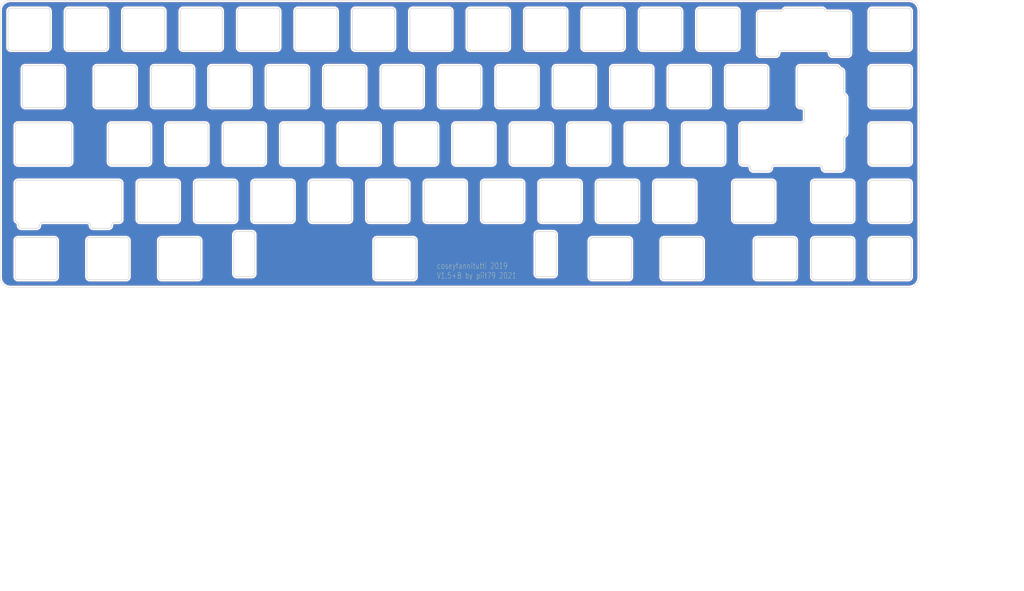
<source format=kicad_pcb>
(kicad_pcb (version 20171130) (host pcbnew 5.1.10-88a1d61d58~88~ubuntu21.04.1)
  (layers (0 F.Cu signal) (31 B.Cu signal) (34 B.Paste user) (35 F.Paste user) (36 B.SilkS user) (37 F.SilkS user) (38 B.Mask user) (39 F.Mask user) (44 Edge.Cuts user))
  (net 0 "")
  (module logos:DISCIPLINE_SMALL_MASK (layer F.Cu) (at 211.326856 167.72361)
    (fp_text reference G*** hide)
    (fp_text value LOGO hide)
  )
  (module logos:DISCIPLINE_SMALL_COPPER (layer F.Cu) (at 211.326856 167.72361)
    (fp_text reference G*** hide)
    (fp_text value LOGO hide)
    (fp_poly (pts (xy -5.108836 -0.98406) (xy -4.985765 -0.949914) (xy -4.893276 -0.905656) (xy -4.85105 -0.860819) (xy -4.833184 -0.776447) (xy -4.839967 -0.702615) (xy -4.859696 -0.672265) (xy -4.903355 -0.675294) (xy -4.98004 -0.70331) (xy -5.013514 -0.719309) (xy -5.171443 -0.775959) (xy -5.320527 -0.786646) (xy -5.449859 -0.755236) (xy -5.548533 -0.685593) (xy -5.605642 -0.581581) (xy -5.615424 -0.506041) (xy -5.592035 -0.393213) (xy -5.518163 -0.294052) (xy -5.388252 -0.202751) (xy -5.268836 -0.143856) (xy -5.041622 -0.027912) (xy -4.878304 0.09056) (xy -4.794936 0.185639) (xy -4.752737 0.293622) (xy -4.735031 0.434557) (xy -4.74251 0.58059) (xy -4.775867 0.703868) (xy -4.781732 0.715984) (xy -4.891106 0.859559) (xy -5.044699 0.96418) (xy -5.231712 1.026055) (xy -5.441345 1.041393) (xy -5.631748 1.01441) (xy -5.748337 0.975885) (xy -5.850485 0.924383) (xy -5.914283 0.872141) (xy -5.916917 0.868442) (xy -5.938226 0.802963) (xy -5.937604 0.726847) (xy -5.916 0.674149) (xy -5.911406 0.67061) (xy -5.866741 0.673325) (xy -5.788343 0.701725) (xy -5.744648 0.722785) (xy -5.570477 0.789877) (xy -5.402828 0.811846) (xy -5.251685 0.791976) (xy -5.127031 0.733551) (xy -5.038849 0.639854) (xy -4.997123 0.514168) (xy -4.995116 0.47626) (xy -5.016603 0.38705) (xy -5.084587 0.29788) (xy -5.204351 0.203834) (xy -5.381178 0.099996) (xy -5.423139 0.077991) (xy -5.607077 -0.025783) (xy -5.73618 -0.122753) (xy -5.818655 -0.223115) (xy -5.862711 -0.337066) (xy -5.876557 -0.474801) (xy -5.876607 -0.48528) (xy -5.850933 -0.672411) (xy -5.774278 -0.818874) (xy -5.647195 -0.924103) (xy -5.470236 -0.987529) (xy -5.373978 -1.002333) (xy -5.244302 -1.003174) (xy -5.108836 -0.98406)) (layer F.Cu) (width 0.01))
    (fp_poly (pts (xy -2.75907 -0.998251) (xy -2.546212 -0.944091) (xy -2.487494 -0.917332) (xy -2.382969 -0.849866) (xy -2.3307 -0.773594) (xy -2.317995 -0.684861) (xy -2.332967 -0.621517) (xy -2.380727 -0.607698) (xy -2.465535 -0.643179) (xy -2.515691 -0.674352) (xy -2.653866 -0.743052) (xy -2.814515 -0.773407) (xy -2.83515 -0.774866) (xy -3.024394 -0.762024) (xy -3.177873 -0.695663) (xy -3.301069 -0.572645) (xy -3.360807 -0.474099) (xy -3.399391 -0.391795) (xy -3.423966 -0.313904) (xy -3.437579 -0.22194) (xy -3.443275 -0.097417) (xy -3.444182 0.031942) (xy -3.442139 0.196048) (xy -3.434383 0.312486) (xy -3.418199 0.398811) (xy -3.390871 0.472583) (xy -3.369408 0.515484) (xy -3.258923 0.659099) (xy -3.112656 0.756152) (xy -2.942851 0.804317) (xy -2.761753 0.801269) (xy -2.581607 0.744681) (xy -2.479638 0.684467) (xy -2.40802 0.640452) (xy -2.356076 0.620424) (xy -2.353765 0.620309) (xy -2.322967 0.646076) (xy -2.31754 0.708876) (xy -2.334435 0.786956) (xy -2.3706 0.858566) (xy -2.390334 0.881046) (xy -2.511009 0.957044) (xy -2.674206 1.009749) (xy -2.860251 1.035749) (xy -3.049474 1.031637) (xy -3.155144 1.013586) (xy -3.342655 0.93697) (xy -3.498585 0.80768) (xy -3.619612 0.631907) (xy -3.702417 0.41584) (xy -3.743678 0.165668) (xy -3.742697 -0.08162) (xy -3.701092 -0.334122) (xy -3.619979 -0.556142) (xy -3.504215 -0.737132) (xy -3.391372 -0.844231) (xy -3.199511 -0.946877) (xy -2.98279 -0.998698) (xy -2.75907 -0.998251)) (layer F.Cu) (width 0.01))
    (fp_poly (pts (xy -9.322664 -0.970679) (xy -9.109555 -0.946576) (xy -8.932961 -0.897753) (xy -8.780029 -0.821753) (xy -8.772876 -0.81726) (xy -8.621263 -0.683675) (xy -8.507411 -0.50406) (xy -8.434476 -0.287757) (xy -8.405616 -0.044109) (xy -8.423725 0.215892) (xy -8.486044 0.463957) (xy -8.587508 0.662261) (xy -8.731456 0.815649) (xy -8.912854 0.925204) (xy -9.00403 0.954005) (xy -9.132097 0.97803) (xy -9.283239 0.996591) (xy -9.443637 1.009002) (xy -9.599474 1.014575) (xy -9.736933 1.012624) (xy -9.842197 1.002461) (xy -9.901447 0.9834) (xy -9.908674 0.974721) (xy -9.912809 0.93157) (xy -9.915997 0.83177) (xy -9.918161 0.683961) (xy -9.919228 0.496782) (xy -9.919121 0.278876) (xy -9.917767 0.038882) (xy -9.917287 -0.016721) (xy -9.910558 -0.7509) (xy -9.663753 -0.7509) (xy -9.663753 0.783548) (xy -9.409489 0.783548) (xy -9.252281 0.778136) (xy -9.134821 0.758853) (xy -9.032229 0.721131) (xy -9.009553 0.71009) (xy -8.871663 0.612381) (xy -8.774593 0.475727) (xy -8.714968 0.293654) (xy -8.691304 0.100125) (xy -8.692485 -0.131293) (xy -8.727721 -0.317332) (xy -8.800121 -0.47011) (xy -8.856584 -0.543981) (xy -8.963265 -0.644387) (xy -9.082484 -0.708175) (xy -9.231187 -0.741592) (xy -9.417846 -0.7509) (xy -9.663753 -0.7509) (xy -9.910558 -0.7509) (xy -9.908612 -0.963111) (xy -9.58514 -0.972517) (xy -9.322664 -0.970679)) (layer F.Cu) (width 0.01))
    (fp_poly (pts (xy -7.035604 0.995758) (xy -7.141934 1.006006) (xy -7.227934 1.000945) (xy -7.264877 0.97296) (xy -7.268838 0.930275) (xy -7.271869 0.83092) (xy -7.273899 0.683514) (xy -7.27486 0.496677) (xy -7.274683 0.279028) (xy -7.273297 0.039188) (xy -7.272814 -0.016721) (xy -7.264139 -0.963111) (xy -7.035604 -0.963111) (xy -7.035604 0.995758)) (layer F.Cu) (width 0.01))
    (fp_poly (pts (xy -1.012082 1.012082) (xy -1.127374 1.012082) (xy -1.208261 1.001531) (xy -1.255869 0.975653) (xy -1.258479 0.970875) (xy -1.262235 0.928741) (xy -1.26508 0.829912) (xy -1.266951 0.682984) (xy -1.267787 0.496551) (xy -1.267525 0.279208) (xy -1.266104 0.039551) (xy -1.265616 -0.016721) (xy -1.256941 -0.963111) (xy -1.134512 -0.973243) (xy -1.012082 -0.983376) (xy -1.012082 1.012082)) (layer F.Cu) (width 0.01))
    (fp_poly (pts (xy 0.696194 -0.973499) (xy 0.866337 -0.965195) (xy 0.986884 -0.953685) (xy 1.073537 -0.936089) (xy 1.141995 -0.909526) (xy 1.189147 -0.883035) (xy 1.315736 -0.783024) (xy 1.393747 -0.662765) (xy 1.43052 -0.507639) (xy 1.435845 -0.391774) (xy 1.412135 -0.180233) (xy 1.34099 -0.011816) (xy 1.221016 0.114784) (xy 1.050816 0.20087) (xy 0.828997 0.24775) (xy 0.744919 0.254799) (xy 0.489717 0.269572) (xy 0.489717 1.012082) (xy 0.380891 1.012082) (xy 0.300221 1.006109) (xy 0.251774 0.991602) (xy 0.2503 0.990317) (xy 0.244718 0.953288) (xy 0.239665 0.859376) (xy 0.235333 0.716993) (xy 0.231912 0.53455) (xy 0.229593 0.320458) (xy 0.228568 0.08313) (xy 0.228535 0.031204) (xy 0.228972 -0.246801) (xy 0.230516 -0.466489) (xy 0.233518 -0.634831) (xy 0.23802 -0.7509) (xy 0.489717 -0.7509) (xy 0.489717 -0.364567) (xy 0.491458 -0.211842) (xy 0.496194 -0.083762) (xy 0.503197 0.005997) (xy 0.511482 0.04353) (xy 0.563482 0.060476) (xy 0.656919 0.064083) (xy 0.769454 0.055013) (xy 0.878745 0.033927) (xy 0.883915 0.032515) (xy 1.022847 -0.031675) (xy 1.114225 -0.136615) (xy 1.162048 -0.287567) (xy 1.168436 -0.341833) (xy 1.174012 -0.448649) (xy 1.16217 -0.518176) (xy 1.123541 -0.57792) (xy 1.068302 -0.635914) (xy 1.003923 -0.696254) (xy 0.947648 -0.730673) (xy 0.877614 -0.74642) (xy 0.77196 -0.750744) (xy 0.721517 -0.7509) (xy 0.489717 -0.7509) (xy 0.23802 -0.7509) (xy 0.238327 -0.758802) (xy 0.245293 -0.845374) (xy 0.254767 -0.90152) (xy 0.267099 -0.934214) (xy 0.277634 -0.946892) (xy 0.325762 -0.96596) (xy 0.417989 -0.97594) (xy 0.562015 -0.977323) (xy 0.696194 -0.973499)) (layer F.Cu) (width 0.01))
    (fp_poly (pts (xy 2.701607 -0.973243) (xy 2.824036 -0.963111) (xy 2.841422 0.781419) (xy 3.574936 0.799871) (xy 3.574936 0.995758) (xy 3.099658 1.004757) (xy 2.929652 1.006472) (xy 2.783352 1.005105) (xy 2.672944 1.000989) (xy 2.610614 0.994458) (xy 2.601779 0.991154) (xy 2.596094 0.953995) (xy 2.590932 0.859784) (xy 2.586482 0.716764) (xy 2.582929 0.533177) (xy 2.58046 0.317268) (xy 2.579262 0.077278) (xy 2.579177 -0.007412) (xy 2.579177 -0.983376) (xy 2.701607 -0.973243)) (layer F.Cu) (width 0.01))
    (fp_poly (pts (xy 4.725771 -0.973243) (xy 4.8482 -0.963111) (xy 4.8482 0.995758) (xy 4.603342 1.016024) (xy 4.603342 -0.983376) (xy 4.725771 -0.973243)) (layer F.Cu) (width 0.01))
    (fp_poly (pts (xy 7.566613 0.006058) (xy 7.557969 0.995758) (xy 7.443702 1.005373) (xy 7.350145 1.000356) (xy 7.278021 0.975128) (xy 7.274703 0.972726) (xy 7.245041 0.933922) (xy 7.188741 0.845573) (xy 7.110404 0.715468) (xy 7.014636 0.551398) (xy 6.906039 0.361152) (xy 6.789218 0.152522) (xy 6.7774 0.131199) (xy 6.334829 -0.668064) (xy 6.32609 0.163847) (xy 6.317352 0.995758) (xy 6.210765 1.006025) (xy 6.104178 1.016291) (xy 6.112821 0.02659) (xy 6.121465 -0.963111) (xy 6.272883 -0.972912) (xy 6.373673 -0.973471) (xy 6.43605 -0.952931) (xy 6.485094 -0.903638) (xy 6.517243 -0.853649) (xy 6.575379 -0.755062) (xy 6.65447 -0.61674) (xy 6.749488 -0.447544) (xy 6.855403 -0.256338) (xy 6.937661 -0.106211) (xy 7.329434 0.612141) (xy 7.362082 -0.963111) (xy 7.468669 -0.973377) (xy 7.575257 -0.983643) (xy 7.566613 0.006058)) (layer F.Cu) (width 0.01))
    (fp_poly (pts (xy 9.581616 -0.978842) (xy 9.717315 -0.976285) (xy 9.807623 -0.970596) (xy 9.862489 -0.960603) (xy 9.891863 -0.94514) (xy 9.905695 -0.923036) (xy 9.907152 -0.918738) (xy 9.913565 -0.839691) (xy 9.905859 -0.804471) (xy 9.888554 -0.781744) (xy 9.850086 -0.766375) (xy 9.779706 -0.757013) (xy 9.666666 -0.752308) (xy 9.500218 -0.75091) (xy 9.479472 -0.7509) (xy 9.073642 -0.7509) (xy 9.083029 -0.448907) (xy 9.092416 -0.146915) (xy 9.44338 -0.137649) (xy 9.794344 -0.128382) (xy 9.794344 0.065296) (xy 9.076092 0.065296) (xy 9.076092 0.781597) (xy 9.908612 0.799871) (xy 9.908612 0.995758) (xy 9.40173 1.004712) (xy 9.186275 1.006737) (xy 9.029645 1.003849) (xy 8.925529 0.99569) (xy 8.867616 0.981901) (xy 8.854879 0.973697) (xy 8.842512 0.929372) (xy 8.832239 0.830095) (xy 8.824066 0.686174) (xy 8.817996 0.507914) (xy 8.814034 0.305624) (xy 8.812183 0.089608) (xy 8.812449 -0.129824) (xy 8.814835 -0.342368) (xy 8.819346 -0.537715) (xy 8.825986 -0.705559) (xy 8.834758 -0.835594) (xy 8.845669 -0.917511) (xy 8.854087 -0.940257) (xy 8.900342 -0.957645) (xy 9.001236 -0.969801) (xy 9.160226 -0.976979) (xy 9.380768 -0.979431) (xy 9.390576 -0.979434) (xy 9.581616 -0.978842)) (layer F.Cu) (width 0.01))
    (fp_line (start -11.11 -3.16) (end 11.17 -3.16) (layer F.Cu) (width 0.4))
    (fp_line (start -11.13 3.52) (end 11.17 3.52) (layer F.Cu) (width 0.4))
    (fp_arc (start 11.16 0.18) (end 11.16 3.52) (angle -180) (layer F.Cu) (width 0.4))
    (fp_arc (start -11.14 0.18) (end -11.14 -3.16) (angle -180) (layer F.Cu) (width 0.4))
  )
  (gr_line (start 72.7093 164.9984) (end 72.7093 176.9984) (layer Edge.Cuts) (width 0.2))
  (gr_arc (start 59.7093 164.9984) (end 59.7093 163.9984) (angle -90) (layer Edge.Cuts) (width 0.2))
  (gr_line (start 71.7093 177.9984) (end 59.7093 177.9984) (layer Edge.Cuts) (width 0.2))
  (gr_arc (start 71.7093 176.9984) (end 71.7093 177.9984) (angle -90) (layer Edge.Cuts) (width 0.2))
  (gr_arc (start 59.7093 176.9984) (end 58.7093 176.9984) (angle -90) (layer Edge.Cuts) (width 0.2))
  (gr_line (start 59.7093 163.9984) (end 71.7093 163.9984) (layer Edge.Cuts) (width 0.2))
  (gr_arc (start 71.7093 164.9984) (end 72.7093 164.9984) (angle -90) (layer Edge.Cuts) (width 0.2))
  (gr_line (start 58.7093 176.9984) (end 58.7093 164.9984) (layer Edge.Cuts) (width 0.2))
  (gr_line (start 96.5193 164.9984) (end 96.5193 176.9984) (layer Edge.Cuts) (width 0.2))
  (gr_arc (start 83.5193 164.9984) (end 83.5193 163.9984) (angle -90) (layer Edge.Cuts) (width 0.2))
  (gr_line (start 95.5193 177.9984) (end 83.5193 177.9984) (layer Edge.Cuts) (width 0.2))
  (gr_arc (start 95.5193 176.9984) (end 95.5193 177.9984) (angle -90) (layer Edge.Cuts) (width 0.2))
  (gr_arc (start 83.5193 176.9984) (end 82.5193 176.9984) (angle -90) (layer Edge.Cuts) (width 0.2))
  (gr_line (start 83.5193 163.9984) (end 95.5193 163.9984) (layer Edge.Cuts) (width 0.2))
  (gr_arc (start 95.5193 164.9984) (end 96.5193 164.9984) (angle -90) (layer Edge.Cuts) (width 0.2))
  (gr_line (start 82.5193 176.9984) (end 82.5193 164.9984) (layer Edge.Cuts) (width 0.2))
  (gr_line (start 120.3293 164.9984) (end 120.3293 176.9984) (layer Edge.Cuts) (width 0.2))
  (gr_arc (start 107.3293 164.9984) (end 107.3293 163.9984) (angle -90) (layer Edge.Cuts) (width 0.2))
  (gr_line (start 119.3293 177.9984) (end 107.3293 177.9984) (layer Edge.Cuts) (width 0.2))
  (gr_arc (start 119.3293 176.9984) (end 119.3293 177.9984) (angle -90) (layer Edge.Cuts) (width 0.2))
  (gr_arc (start 107.3293 176.9984) (end 106.3293 176.9984) (angle -90) (layer Edge.Cuts) (width 0.2))
  (gr_line (start 107.3293 163.9984) (end 119.3293 163.9984) (layer Edge.Cuts) (width 0.2))
  (gr_arc (start 119.3293 164.9984) (end 120.3293 164.9984) (angle -90) (layer Edge.Cuts) (width 0.2))
  (gr_line (start 106.3293 176.9984) (end 106.3293 164.9984) (layer Edge.Cuts) (width 0.2))
  (gr_line (start 191.7693 164.9984) (end 191.7693 176.9984) (layer Edge.Cuts) (width 0.2))
  (gr_arc (start 178.7693 164.9984) (end 178.7693 163.9984) (angle -90) (layer Edge.Cuts) (width 0.2))
  (gr_line (start 190.7693 177.9984) (end 178.7693 177.9984) (layer Edge.Cuts) (width 0.2))
  (gr_arc (start 190.7693 176.9984) (end 190.7693 177.9984) (angle -90) (layer Edge.Cuts) (width 0.2))
  (gr_arc (start 178.7693 176.9984) (end 177.7693 176.9984) (angle -90) (layer Edge.Cuts) (width 0.2))
  (gr_line (start 178.7693 163.9984) (end 190.7693 163.9984) (layer Edge.Cuts) (width 0.2))
  (gr_arc (start 190.7693 164.9984) (end 191.7693 164.9984) (angle -90) (layer Edge.Cuts) (width 0.2))
  (gr_line (start 177.7693 176.9984) (end 177.7693 164.9984) (layer Edge.Cuts) (width 0.2))
  (gr_line (start 263.2393 164.9984) (end 263.2393 176.9984) (layer Edge.Cuts) (width 0.2))
  (gr_arc (start 250.2393 164.9984) (end 250.2393 163.9984) (angle -90) (layer Edge.Cuts) (width 0.2))
  (gr_line (start 262.2393 177.9984) (end 250.2393 177.9984) (layer Edge.Cuts) (width 0.2))
  (gr_arc (start 262.2393 176.9984) (end 262.2393 177.9984) (angle -90) (layer Edge.Cuts) (width 0.2))
  (gr_arc (start 250.2393 176.9984) (end 249.2393 176.9984) (angle -90) (layer Edge.Cuts) (width 0.2))
  (gr_line (start 250.2393 163.9984) (end 262.2393 163.9984) (layer Edge.Cuts) (width 0.2))
  (gr_arc (start 262.2393 164.9984) (end 263.2393 164.9984) (angle -90) (layer Edge.Cuts) (width 0.2))
  (gr_line (start 249.2393 176.9984) (end 249.2393 164.9984) (layer Edge.Cuts) (width 0.2))
  (gr_line (start 287.0493 164.9984) (end 287.0493 176.9984) (layer Edge.Cuts) (width 0.2))
  (gr_arc (start 274.0493 164.9984) (end 274.0493 163.9984) (angle -90) (layer Edge.Cuts) (width 0.2))
  (gr_line (start 286.0493 177.9984) (end 274.0493 177.9984) (layer Edge.Cuts) (width 0.2))
  (gr_arc (start 286.0493 176.9984) (end 286.0493 177.9984) (angle -90) (layer Edge.Cuts) (width 0.2))
  (gr_arc (start 274.0493 176.9984) (end 273.0493 176.9984) (angle -90) (layer Edge.Cuts) (width 0.2))
  (gr_line (start 274.0493 163.9984) (end 286.0493 163.9984) (layer Edge.Cuts) (width 0.2))
  (gr_arc (start 286.0493 164.9984) (end 287.0493 164.9984) (angle -90) (layer Edge.Cuts) (width 0.2))
  (gr_line (start 273.0493 176.9984) (end 273.0493 164.9984) (layer Edge.Cuts) (width 0.2))
  (gr_arc (start 300.2168 126.8984) (end 300.2168 125.8984) (angle -90) (layer Edge.Cuts) (width 0.2))
  (gr_line (start 331.2668 106.8484) (end 319.266799 106.8484) (layer Edge.Cuts) (width 0.2))
  (gr_line (start 320.64805 124.8984) (end 320.64805 121.8484) (layer Edge.Cuts) (width 0.2))
  (gr_arc (start 319.64805 124.8984) (end 319.64805 125.8984) (angle -90) (layer Edge.Cuts) (width 0.2))
  (gr_arc (start 319.64805 121.8484) (end 320.64805 121.8484) (angle -90) (layer Edge.Cuts) (width 0.2))
  (gr_arc (start 319.266799 119.8484) (end 318.266799 119.8484) (angle -90) (layer Edge.Cuts) (width 0.2))
  (gr_line (start 299.2168 126.8984) (end 299.2168 138.8984) (layer Edge.Cuts) (width 0.2))
  (gr_line (start 319.266799 120.8484) (end 319.64805 120.8484) (layer Edge.Cuts) (width 0.2))
  (gr_line (start 334.64805 129.3734) (end 334.64805 117.3734) (layer Edge.Cuts) (width 0.2))
  (gr_arc (start 333.068475 106.980088) (end 332.858263 107.957744) (angle 52.1336322) (layer Edge.Cuts) (width 0.2))
  (gr_arc (start 334.64805 131.10545) (end 333.64805 131.10545) (angle 60) (layer Edge.Cuts) (width 0.2))
  (gr_line (start 300.2168 139.8984) (end 301.68505 139.8984) (layer Edge.Cuts) (width 0.2))
  (gr_line (start 300.2168 125.8984) (end 319.64805 125.8984) (layer Edge.Cuts) (width 0.2))
  (gr_line (start 333.64805 140.8984) (end 333.64805 131.10545) (layer Edge.Cuts) (width 0.2))
  (gr_arc (start 327.566004 140.897089) (end 326.566003 140.897089) (angle -90) (layer Edge.Cuts) (width 0.2))
  (gr_arc (start 333.64805 129.3734) (end 334.14805 130.239425) (angle -60) (layer Edge.Cuts) (width 0.2))
  (gr_arc (start 303.68505 140.8984) (end 302.68505 140.8984) (angle -90.28346776) (layer Edge.Cuts) (width 0.2))
  (gr_arc (start 332.64805 140.8984) (end 332.64805 141.8984) (angle -90) (layer Edge.Cuts) (width 0.2))
  (gr_line (start 303.689991 141.897089) (end 308.689994 141.897089) (layer Edge.Cuts) (width 0.2))
  (gr_arc (start 308.689994 140.897089) (end 308.689994 141.897089) (angle -90) (layer Edge.Cuts) (width 0.2))
  (gr_arc (start 300.2168 138.8984) (end 299.2168 138.8984) (angle -90) (layer Edge.Cuts) (width 0.2))
  (gr_arc (start 332.64805 108.9354) (end 333.64805 108.9354) (angle -77.86517228) (layer Edge.Cuts) (width 0.2))
  (gr_line (start 318.266799 107.8484) (end 318.266799 119.8484) (layer Edge.Cuts) (width 0.2))
  (gr_arc (start 325.566003 140.897089) (end 325.566003 139.897089) (angle 90) (layer Edge.Cuts) (width 0.2))
  (gr_arc (start 333.64805 117.3734) (end 334.64805 117.3734) (angle -60) (layer Edge.Cuts) (width 0.2))
  (gr_arc (start 310.689995 140.897089) (end 309.689994 140.897089) (angle 90) (layer Edge.Cuts) (width 0.2))
  (gr_arc (start 301.68505 140.8984) (end 301.68505 139.8984) (angle 90) (layer Edge.Cuts) (width 0.2))
  (gr_line (start 310.689995 139.897088) (end 325.566003 139.897089) (layer Edge.Cuts) (width 0.2))
  (gr_arc (start 334.64805 115.641349) (end 334.14805 116.507375) (angle 60.00001708) (layer Edge.Cuts) (width 0.2))
  (gr_line (start 327.566004 141.89709) (end 332.64805 141.8984) (layer Edge.Cuts) (width 0.2))
  (gr_arc (start 331.2668 107.8484) (end 332.167637 107.414244) (angle -64.2683815) (layer Edge.Cuts) (width 0.2))
  (gr_arc (start 319.266799 107.8484) (end 319.266799 106.8484) (angle -90) (layer Edge.Cuts) (width 0.2))
  (gr_line (start 302.68505 140.8984) (end 302.68505 140.8984) (layer Edge.Cuts) (width 0.2))
  (gr_line (start 333.64805 115.641349) (end 333.64805 108.9354) (layer Edge.Cuts) (width 0.2))
  (gr_arc (start 82.67355 159.9484) (end 83.67355 159.9484) (angle -90) (layer Edge.Cuts) (width 0.2))
  (gr_line (start 59.797549 159.9484) (end 59.797549 159.727846) (layer Edge.Cuts) (width 0.2))
  (gr_arc (start 67.79755 159.9484) (end 67.79755 158.9484) (angle -90) (layer Edge.Cuts) (width 0.2))
  (gr_line (start 59.71055 144.9484) (end 93.1418 144.9484) (layer Edge.Cuts) (width 0.2))
  (gr_arc (start 84.67355 159.9484) (end 83.67355 159.9484) (angle -90) (layer Edge.Cuts) (width 0.2))
  (gr_arc (start 93.1418 157.9484) (end 93.1418 158.9484) (angle -90) (layer Edge.Cuts) (width 0.2))
  (gr_line (start 60.797549 160.948399) (end 65.79755 160.948399) (layer Edge.Cuts) (width 0.2))
  (gr_arc (start 65.79755 159.9484) (end 65.79755 160.9484) (angle -90) (layer Edge.Cuts) (width 0.2))
  (gr_line (start 58.71055 145.948399) (end 58.71055 157.9484) (layer Edge.Cuts) (width 0.2))
  (gr_line (start 83.67355 159.9484) (end 83.67355 159.9484) (layer Edge.Cuts) (width 0.2))
  (gr_arc (start 58.79755 159.727846) (end 59.79755 159.727846) (angle -62.83851153) (layer Edge.Cuts) (width 0.2))
  (gr_line (start 94.1418 145.948399) (end 94.1418 157.9484) (layer Edge.Cuts) (width 0.2))
  (gr_line (start 66.79755 159.9484) (end 66.79755 159.9484) (layer Edge.Cuts) (width 0.2))
  (gr_arc (start 59.71055 145.948399) (end 59.71055 144.948399) (angle -90) (layer Edge.Cuts) (width 0.2))
  (gr_arc (start 89.67355 159.9484) (end 89.67355 160.9484) (angle -90) (layer Edge.Cuts) (width 0.2))
  (gr_arc (start 91.67355 159.9484) (end 91.67355 158.9484) (angle -90) (layer Edge.Cuts) (width 0.2))
  (gr_line (start 67.79755 158.948399) (end 82.67355 158.948399) (layer Edge.Cuts) (width 0.2))
  (gr_arc (start 93.1418 145.948399) (end 94.1418 145.948399) (angle -90) (layer Edge.Cuts) (width 0.2))
  (gr_line (start 90.67355 159.9484) (end 90.67355 159.9484) (layer Edge.Cuts) (width 0.2))
  (gr_line (start 84.67355 160.948399) (end 89.67355 160.948399) (layer Edge.Cuts) (width 0.2))
  (gr_line (start 91.67355 158.948399) (end 93.1418 158.948399) (layer Edge.Cuts) (width 0.2))
  (gr_arc (start 60.797549 159.9484) (end 59.797549 159.9484) (angle -90) (layer Edge.Cuts) (width 0.2))
  (gr_arc (start 59.71055 157.9484) (end 58.71055 157.9484) (angle -62.83851153) (layer Edge.Cuts) (width 0.2))
  (gr_arc (start 355.0793 119.8484) (end 355.0793 120.8484) (angle -90) (layer Edge.Cuts) (width 0.2))
  (gr_arc (start 355.0793 100.7984) (end 355.0793 101.7984) (angle -90) (layer Edge.Cuts) (width 0.2))
  (gr_arc (start 159.8168 138.8984) (end 159.8168 139.8984) (angle -90) (layer Edge.Cuts) (width 0.2))
  (gr_arc (start 155.0543 107.8484) (end 156.0543 107.8484) (angle -90) (layer Edge.Cuts) (width 0.2))
  (gr_arc (start 137.27305 162.9984) (end 138.27305 162.9984) (angle -90) (layer Edge.Cuts) (width 0.2))
  (gr_arc (start 285.9293 88.7984) (end 285.9293 87.7984) (angle -90) (layer Edge.Cuts) (width 0.2))
  (gr_line (start 132.27305 161.9984) (end 137.27305 161.9984) (layer Edge.Cuts) (width 0.2))
  (gr_line (start 75.3793 100.7984) (end 75.3793 88.7984) (layer Edge.Cuts) (width 0.2))
  (gr_line (start 307.4543 120.8484) (end 295.4543 120.8484) (layer Edge.Cuts) (width 0.2))
  (gr_line (start 131.27305 175.9984) (end 131.27305 162.9984) (layer Edge.Cuts) (width 0.2))
  (gr_line (start 138.27305 162.9984) (end 138.27305 175.9984) (layer Edge.Cuts) (width 0.2))
  (gr_arc (start 100.1918 157.9484) (end 99.1918 157.9484) (angle -90) (layer Edge.Cuts) (width 0.2))
  (gr_line (start 112.1918 158.9484) (end 100.1918 158.9484) (layer Edge.Cuts) (width 0.2))
  (gr_line (start 221.7293 101.7984) (end 209.7293 101.7984) (layer Edge.Cuts) (width 0.2))
  (gr_arc (start 132.27305 162.9984) (end 132.27305 161.9984) (angle -90) (layer Edge.Cuts) (width 0.2))
  (gr_line (start 146.5293 88.7984) (end 146.5293 100.7984) (layer Edge.Cuts) (width 0.2))
  (gr_arc (start 231.2543 107.8484) (end 232.2543 107.8484) (angle -90) (layer Edge.Cuts) (width 0.2))
  (gr_arc (start 133.5293 88.7984) (end 133.5293 87.7984) (angle -90) (layer Edge.Cuts) (width 0.2))
  (gr_line (start 89.3793 88.7984) (end 89.3793 100.7984) (layer Edge.Cuts) (width 0.2))
  (gr_line (start 128.7668 125.8984) (end 140.7668 125.8984) (layer Edge.Cuts) (width 0.2))
  (gr_line (start 143.0543 106.8484) (end 155.0543 106.8484) (layer Edge.Cuts) (width 0.2))
  (gr_line (start 62.0918 106.8484) (end 74.0918 106.8484) (layer Edge.Cuts) (width 0.2))
  (gr_arc (start 140.7668 126.8984) (end 141.7668 126.8984) (angle -90) (layer Edge.Cuts) (width 0.2))
  (gr_line (start 356.0793 145.9484) (end 356.0793 157.9484) (layer Edge.Cuts) (width 0.2))
  (gr_arc (start 128.7668 126.8984) (end 128.7668 125.8984) (angle -90) (layer Edge.Cuts) (width 0.2))
  (gr_line (start 232.2543 107.8484) (end 232.2543 119.8484) (layer Edge.Cuts) (width 0.2))
  (gr_line (start 245.5418 158.9484) (end 233.5418 158.9484) (layer Edge.Cuts) (width 0.2))
  (gr_line (start 355.0793 139.8984) (end 343.0793 139.8984) (layer Edge.Cuts) (width 0.2))
  (gr_line (start 236.0168 139.8984) (end 224.0168 139.8984) (layer Edge.Cuts) (width 0.2))
  (gr_line (start 356.0793 88.7984) (end 356.0793 100.7984) (layer Edge.Cuts) (width 0.2))
  (gr_arc (start 138.2918 145.9484) (end 138.2918 144.9484) (angle -90) (layer Edge.Cuts) (width 0.2))
  (gr_line (start 255.0668 139.8984) (end 243.0668 139.8984) (layer Edge.Cuts) (width 0.2))
  (gr_arc (start 343.0793 100.7984) (end 342.0793 100.7984) (angle -90) (layer Edge.Cuts) (width 0.2))
  (gr_line (start 137.27305 176.9984) (end 132.27305 176.9984) (layer Edge.Cuts) (width 0.2))
  (gr_line (start 137.2918 157.9484) (end 137.2918 145.9484) (layer Edge.Cuts) (width 0.2))
  (gr_line (start 256.0668 126.8984) (end 256.0668 138.8984) (layer Edge.Cuts) (width 0.2))
  (gr_line (start 337.0293 145.9484) (end 337.0293 157.9484) (layer Edge.Cuts) (width 0.2))
  (gr_arc (start 119.2418 157.9484) (end 118.2418 157.9484) (angle -90) (layer Edge.Cuts) (width 0.2))
  (gr_arc (start 57.3293 88.7984) (end 57.3293 87.7984) (angle -90) (layer Edge.Cuts) (width 0.2))
  (gr_arc (start 334.9423 102.7984) (end 334.9423 103.7984) (angle -90) (layer Edge.Cuts) (width 0.2))
  (gr_line (start 342.0793 138.8984) (end 342.0793 126.8984) (layer Edge.Cuts) (width 0.2))
  (gr_line (start 231.2793 175.9984) (end 231.2793 162.9984) (layer Edge.Cuts) (width 0.2))
  (gr_line (start 150.291799 158.9484) (end 138.2918 158.9484) (layer Edge.Cuts) (width 0.2))
  (gr_line (start 197.9168 139.8984) (end 185.9168 139.8984) (layer Edge.Cuts) (width 0.2))
  (gr_line (start 203.9668 138.8984) (end 203.9668 126.8984) (layer Edge.Cuts) (width 0.2))
  (gr_arc (start 138.2918 157.9484) (end 137.2918 157.9484) (angle -90) (layer Edge.Cuts) (width 0.2))
  (gr_arc (start 124.0043 119.8484) (end 123.0043 119.8484) (angle -90) (layer Edge.Cuts) (width 0.2))
  (gr_line (start 76.3793 87.7984) (end 88.3793 87.7984) (layer Edge.Cuts) (width 0.2))
  (gr_arc (start 104.9543 119.8484) (end 103.9543 119.8484) (angle -90) (layer Edge.Cuts) (width 0.2))
  (gr_arc (start 285.9293 100.7984) (end 284.9293 100.7984) (angle -90) (layer Edge.Cuts) (width 0.2))
  (gr_arc (start 243.0668 138.8984) (end 242.0668 138.8984) (angle -90) (layer Edge.Cuts) (width 0.2))
  (gr_arc (start 343.0793 157.9484) (end 342.0793 157.9484) (angle -90) (layer Edge.Cuts) (width 0.2))
  (gr_arc (start 309.83555 145.9484) (end 310.83555 145.9484) (angle -90) (layer Edge.Cuts) (width 0.2))
  (gr_line (start 117.9543 107.8484) (end 117.9543 119.8484) (layer Edge.Cuts) (width 0.2))
  (gr_arc (start 176.3918 145.9484) (end 176.3918 144.9484) (angle -90) (layer Edge.Cuts) (width 0.2))
  (gr_line (start 342.0793 100.7984) (end 342.0793 88.7984) (layer Edge.Cuts) (width 0.2))
  (gr_line (start 114.479299 87.7984) (end 126.4793 87.7984) (layer Edge.Cuts) (width 0.2))
  (gr_arc (start 343.0793 88.7984) (end 343.0793 87.7984) (angle -90) (layer Edge.Cuts) (width 0.2))
  (gr_arc (start 76.3793 88.7984) (end 76.3793 87.7984) (angle -90) (layer Edge.Cuts) (width 0.2))
  (gr_arc (start 238.3043 119.8484) (end 237.3043 119.8484) (angle -90) (layer Edge.Cuts) (width 0.2))
  (gr_arc (start 126.4793 88.7984) (end 127.4793 88.7984) (angle -90) (layer Edge.Cuts) (width 0.2))
  (gr_line (start 243.0668 125.8984) (end 255.0668 125.8984) (layer Edge.Cuts) (width 0.2))
  (gr_line (start 133.5293 87.7984) (end 145.5293 87.7984) (layer Edge.Cuts) (width 0.2))
  (gr_line (start 175.3918 157.9484) (end 175.3918 145.9484) (layer Edge.Cuts) (width 0.2))
  (gr_line (start 132.2418 145.9484) (end 132.2418 157.9484) (layer Edge.Cuts) (width 0.2))
  (gr_line (start 311.0663 103.7984) (end 306.0663 103.7984) (layer Edge.Cuts) (width 0.2))
  (gr_arc (start 145.5293 88.7984) (end 146.5293 88.7984) (angle -90) (layer Edge.Cuts) (width 0.2))
  (gr_line (start 145.5293 101.7984) (end 133.5293 101.7984) (layer Edge.Cuts) (width 0.2))
  (gr_arc (start 126.4793 100.7984) (end 126.4793 101.7984) (angle -90) (layer Edge.Cuts) (width 0.2))
  (gr_arc (start 326.5043 88.7984) (end 327.370325 88.2984) (angle -60) (layer Edge.Cuts) (width 0.2))
  (gr_arc (start 327.9423 102.7984) (end 328.9423 102.7984) (angle -90) (layer Edge.Cuts) (width 0.2))
  (gr_arc (start 306.0663 89.7984) (end 306.0663 88.7984) (angle -90) (layer Edge.Cuts) (width 0.2))
  (gr_arc (start 355.0793 145.9484) (end 356.0793 145.9484) (angle -90) (layer Edge.Cuts) (width 0.2))
  (gr_line (start 223.0168 138.8984) (end 223.0168 126.8984) (layer Edge.Cuts) (width 0.2))
  (gr_line (start 237.2793 176.9984) (end 232.2793 176.9984) (layer Edge.Cuts) (width 0.2))
  (gr_line (start 216.9668 139.8984) (end 204.9668 139.8984) (layer Edge.Cuts) (width 0.2))
  (gr_line (start 185.9168 125.8984) (end 197.9168 125.8984) (layer Edge.Cuts) (width 0.2))
  (gr_line (start 127.479299 88.7984) (end 127.4793 100.7984) (layer Edge.Cuts) (width 0.2))
  (gr_line (start 126.4793 101.7984) (end 114.479299 101.7984) (layer Edge.Cuts) (width 0.2))
  (gr_line (start 119.2418 144.9484) (end 131.2418 144.9484) (layer Edge.Cuts) (width 0.2))
  (gr_line (start 296.83555 157.9484) (end 296.83555 145.9484) (layer Edge.Cuts) (width 0.2))
  (gr_arc (start 297.83555 145.9484) (end 297.83555 144.9484) (angle -90) (layer Edge.Cuts) (width 0.2))
  (gr_arc (start 343.0793 126.8984) (end 343.0793 125.8984) (angle -90) (layer Edge.Cuts) (width 0.2))
  (gr_line (start 70.329299 88.7984) (end 70.3293 100.7984) (layer Edge.Cuts) (width 0.2))
  (gr_arc (start 281.1668 138.8984) (end 280.1668 138.8984) (angle -90) (layer Edge.Cuts) (width 0.2))
  (gr_arc (start 104.9543 107.8484) (end 104.9543 106.8484) (angle -90) (layer Edge.Cuts) (width 0.2))
  (gr_line (start 219.2543 106.8484) (end 231.2543 106.8484) (layer Edge.Cuts) (width 0.2))
  (gr_arc (start 207.4418 157.9484) (end 207.4418 158.9484) (angle -90) (layer Edge.Cuts) (width 0.2))
  (gr_line (start 76.47305 139.8984) (end 59.71055 139.8984) (layer Edge.Cuts) (width 0.2))
  (gr_arc (start 124.0043 107.8484) (end 124.0043 106.8484) (angle -90) (layer Edge.Cuts) (width 0.2))
  (gr_arc (start 147.8168 138.8984) (end 146.8168 138.8984) (angle -90) (layer Edge.Cuts) (width 0.2))
  (gr_arc (start 257.3543 119.8484) (end 256.3543 119.8484) (angle -90) (layer Edge.Cuts) (width 0.2))
  (gr_arc (start 121.7168 138.8984) (end 121.7168 139.8984) (angle -90) (layer Edge.Cuts) (width 0.2))
  (gr_arc (start 143.0543 107.8484) (end 143.0543 106.8484) (angle -90) (layer Edge.Cuts) (width 0.2))
  (gr_arc (start 159.8168 126.8984) (end 160.8168 126.8984) (angle -90) (layer Edge.Cuts) (width 0.2))
  (gr_arc (start 250.3043 119.8484) (end 250.3043 120.8484) (angle -90) (layer Edge.Cuts) (width 0.2))
  (gr_line (start 274.1168 139.8984) (end 262.1168 139.8984) (layer Edge.Cuts) (width 0.2))
  (gr_line (start 100.1918 144.9484) (end 112.1918 144.9484) (layer Edge.Cuts) (width 0.2))
  (gr_arc (start 85.9043 119.8484) (end 84.9043 119.8484) (angle -90) (layer Edge.Cuts) (width 0.2))
  (gr_arc (start 307.4543 119.8484) (end 307.4543 120.8484) (angle -90) (layer Edge.Cuts) (width 0.2))
  (gr_line (start 214.4918 144.9484) (end 226.4918 144.9484) (layer Edge.Cuts) (width 0.2))
  (gr_line (start 262.1168 125.8984) (end 274.1168 125.8984) (layer Edge.Cuts) (width 0.2))
  (gr_arc (start 74.0918 119.8484) (end 74.0918 120.8484) (angle -90) (layer Edge.Cuts) (width 0.2))
  (gr_arc (start 193.1543 107.8484) (end 194.1543 107.8484) (angle -90) (layer Edge.Cuts) (width 0.2))
  (gr_line (start 108.7168 138.8984) (end 108.7168 126.8984) (layer Edge.Cuts) (width 0.2))
  (gr_line (start 256.3543 119.8484) (end 256.3543 107.8484) (layer Edge.Cuts) (width 0.2))
  (gr_arc (start 228.7793 88.7984) (end 228.7793 87.7984) (angle -90) (layer Edge.Cuts) (width 0.2))
  (gr_arc (start 250.3043 107.8484) (end 251.3043 107.8484) (angle -90) (layer Edge.Cuts) (width 0.2))
  (gr_arc (start 62.0918 107.8484) (end 62.0918 106.8484) (angle -90) (layer Edge.Cuts) (width 0.2))
  (gr_arc (start 109.7168 138.8984) (end 108.7168 138.8984) (angle -90) (layer Edge.Cuts) (width 0.2))
  (gr_arc (start 88.3793 100.7984) (end 88.3793 101.7984) (angle -90) (layer Edge.Cuts) (width 0.2))
  (gr_line (start 151.5793 100.7984) (end 151.5793 88.7984) (layer Edge.Cuts) (width 0.2))
  (gr_line (start 88.3793 101.7984) (end 76.3793 101.7984) (layer Edge.Cuts) (width 0.2))
  (gr_arc (start 190.6793 100.7984) (end 189.6793 100.7984) (angle -90) (layer Edge.Cuts) (width 0.2))
  (gr_line (start 281.1668 125.8984) (end 293.1668 125.8984) (layer Edge.Cuts) (width 0.2))
  (gr_line (start 323.0293 176.9984) (end 323.0293 164.9984) (layer Edge.Cuts) (width 0.2))
  (gr_line (start 260.8293 88.7984) (end 260.8293 100.7984) (layer Edge.Cuts) (width 0.2))
  (gr_line (start 208.4418 145.9484) (end 208.4418 157.9484) (layer Edge.Cuts) (width 0.2))
  (gr_line (start 121.7168 139.8984) (end 109.7168 139.8984) (layer Edge.Cuts) (width 0.2))
  (gr_arc (start 209.7293 100.7984) (end 208.7293 100.7984) (angle -90) (layer Edge.Cuts) (width 0.2))
  (gr_line (start 279.8793 88.7984) (end 279.8793 100.7984) (layer Edge.Cuts) (width 0.2))
  (gr_arc (start 183.629299 88.7984) (end 184.629299 88.7984) (angle -90) (layer Edge.Cuts) (width 0.2))
  (gr_arc (start 269.3543 107.8484) (end 270.3543 107.8484) (angle -90) (layer Edge.Cuts) (width 0.2))
  (gr_line (start 316.9793 177.9984) (end 304.9793 177.9984) (layer Edge.Cuts) (width 0.2))
  (gr_line (start 237.3043 119.8484) (end 237.3043 107.8484) (layer Edge.Cuts) (width 0.2))
  (gr_arc (start 95.4293 100.7984) (end 94.4293 100.7984) (angle -90) (layer Edge.Cuts) (width 0.2))
  (gr_arc (start 297.9293 88.7984) (end 298.9293 88.7984) (angle -90) (layer Edge.Cuts) (width 0.2))
  (gr_line (start 141.7668 126.8984) (end 141.7668 138.8984) (layer Edge.Cuts) (width 0.2))
  (gr_arc (start 231.2543 119.8484) (end 231.2543 120.8484) (angle -90) (layer Edge.Cuts) (width 0.2))
  (gr_arc (start 226.4918 157.9484) (end 226.4918 158.9484) (angle -90) (layer Edge.Cuts) (width 0.2))
  (gr_line (start 232.5418 157.9484) (end 232.5418 145.9484) (layer Edge.Cuts) (width 0.2))
  (gr_arc (start 169.3418 145.9484) (end 170.3418 145.9484) (angle -90) (layer Edge.Cuts) (width 0.2))
  (gr_arc (start 271.6418 145.9484) (end 271.6418 144.9484) (angle -90) (layer Edge.Cuts) (width 0.2))
  (gr_arc (start 76.3793 100.7984) (end 75.3793 100.7984) (angle -90) (layer Edge.Cuts) (width 0.2))
  (gr_line (start 270.6418 157.9484) (end 270.6418 145.9484) (layer Edge.Cuts) (width 0.2))
  (gr_arc (start 188.3918 157.9484) (end 188.3918 158.9484) (angle -90) (layer Edge.Cuts) (width 0.2))
  (gr_line (start 227.4918 145.9484) (end 227.4918 157.9484) (layer Edge.Cuts) (width 0.2))
  (gr_arc (start 132.27305 175.9984) (end 131.27305 175.9984) (angle -90) (layer Edge.Cuts) (width 0.2))
  (gr_arc (start 62.0918 119.8484) (end 61.0918 119.8484) (angle -90) (layer Edge.Cuts) (width 0.2))
  (gr_arc (start 343.0793 107.8484) (end 343.0793 106.8484) (angle -90) (layer Edge.Cuts) (width 0.2))
  (gr_arc (start 136.0043 119.8484) (end 136.0043 120.8484) (angle -90) (layer Edge.Cuts) (width 0.2))
  (gr_arc (start 343.0793 164.9984) (end 343.0793 163.9984) (angle -90) (layer Edge.Cuts) (width 0.2))
  (gr_arc (start 336.0293 164.9984) (end 337.0293 164.9984) (angle -90) (layer Edge.Cuts) (width 0.2))
  (gr_line (start 99.1918 157.9484) (end 99.1918 145.9484) (layer Edge.Cuts) (width 0.2))
  (gr_line (start 156.3418 157.9484) (end 156.3418 145.9484) (layer Edge.Cuts) (width 0.2))
  (gr_line (start 240.7793 101.7984) (end 228.7793 101.7984) (layer Edge.Cuts) (width 0.2))
  (gr_arc (start 188.3918 145.9484) (end 189.3918 145.9484) (angle -90) (layer Edge.Cuts) (width 0.2))
  (gr_arc (start 202.6793 100.7984) (end 202.6793 101.7984) (angle -90) (layer Edge.Cuts) (width 0.2))
  (gr_line (start 251.5918 157.9484) (end 251.5918 145.9484) (layer Edge.Cuts) (width 0.2))
  (gr_line (start 264.5918 158.9484) (end 252.5918 158.9484) (layer Edge.Cuts) (width 0.2))
  (gr_arc (start 355.0793 176.9984) (end 355.0793 177.9984) (angle -90) (layer Edge.Cuts) (width 0.2))
  (gr_line (start 275.1168 126.8984) (end 275.1168 138.8984) (layer Edge.Cuts) (width 0.2))
  (gr_arc (start 233.5418 145.9484) (end 233.5418 144.9484) (angle -90) (layer Edge.Cuts) (width 0.2))
  (gr_arc (start 307.4543 107.8484) (end 308.4543 107.8484) (angle -90) (layer Edge.Cuts) (width 0.2))
  (gr_arc (start 59.71055 126.8984) (end 59.71055 125.8984) (angle -90) (layer Edge.Cuts) (width 0.2))
  (gr_line (start 157.3418 144.9484) (end 169.3418 144.9484) (layer Edge.Cuts) (width 0.2))
  (gr_line (start 336.0293 177.9984) (end 324.0293 177.9984) (layer Edge.Cuts) (width 0.2))
  (gr_line (start 342.0793 119.8484) (end 342.0793 107.8484) (layer Edge.Cuts) (width 0.2))
  (gr_line (start 250.3043 120.8484) (end 238.3043 120.8484) (layer Edge.Cuts) (width 0.2))
  (gr_line (start 257.3543 106.8484) (end 269.3543 106.8484) (layer Edge.Cuts) (width 0.2))
  (gr_line (start 136.0043 120.8484) (end 124.0043 120.8484) (layer Edge.Cuts) (width 0.2))
  (gr_arc (start 274.1168 138.8984) (end 274.1168 139.8984) (angle -90) (layer Edge.Cuts) (width 0.2))
  (gr_line (start 156.0543 107.8484) (end 156.0543 119.8484) (layer Edge.Cuts) (width 0.2))
  (gr_arc (start 137.27305 175.9984) (end 137.27305 176.9984) (angle -90) (layer Edge.Cuts) (width 0.2))
  (gr_line (start 212.2043 120.8484) (end 200.2043 120.8484) (layer Edge.Cuts) (width 0.2))
  (gr_line (start 165.8668 138.8984) (end 165.8668 126.8984) (layer Edge.Cuts) (width 0.2))
  (gr_line (start 280.1668 138.8984) (end 280.1668 126.8984) (layer Edge.Cuts) (width 0.2))
  (gr_line (start 95.4293 87.7984) (end 107.4293 87.7984) (layer Edge.Cuts) (width 0.2))
  (gr_line (start 222.7293 88.7984) (end 222.7293 100.7984) (layer Edge.Cuts) (width 0.2))
  (gr_arc (start 271.6418 157.9484) (end 270.6418 157.9484) (angle -90) (layer Edge.Cuts) (width 0.2))
  (gr_arc (start 107.4293 88.7984) (end 108.4293 88.7984) (angle -90) (layer Edge.Cuts) (width 0.2))
  (gr_arc (start 293.1668 126.8984) (end 294.1668 126.8984) (angle -90) (layer Edge.Cuts) (width 0.2))
  (gr_arc (start 178.8668 138.8984) (end 178.8668 139.8984) (angle -90) (layer Edge.Cuts) (width 0.2))
  (gr_line (start 246.5418 145.9484) (end 246.5418 157.9484) (layer Edge.Cuts) (width 0.2))
  (gr_arc (start 304.9793 164.9984) (end 304.9793 163.9984) (angle -90) (layer Edge.Cuts) (width 0.2))
  (gr_line (start 165.5793 88.7984) (end 165.5793 100.7984) (layer Edge.Cuts) (width 0.2))
  (gr_line (start 61.0918 119.8484) (end 61.0918 107.8484) (layer Edge.Cuts) (width 0.2))
  (gr_arc (start 257.3543 107.8484) (end 257.3543 106.8484) (angle -90) (layer Edge.Cuts) (width 0.2))
  (gr_line (start 213.4918 157.9484) (end 213.4918 145.9484) (layer Edge.Cuts) (width 0.2))
  (gr_arc (start 195.4418 145.9484) (end 195.4418 144.9484) (angle -90) (layer Edge.Cuts) (width 0.2))
  (gr_arc (start 147.8168 126.8984) (end 147.8168 125.8984) (angle -90) (layer Edge.Cuts) (width 0.2))
  (gr_arc (start 233.5418 157.9484) (end 232.5418 157.9484) (angle -90) (layer Edge.Cuts) (width 0.2))
  (gr_line (start 176.3918 144.9484) (end 188.3918 144.9484) (layer Edge.Cuts) (width 0.2))
  (gr_line (start 209.7293 87.7984) (end 221.7293 87.7984) (layer Edge.Cuts) (width 0.2))
  (gr_line (start 127.7668 138.8984) (end 127.7668 126.8984) (layer Edge.Cuts) (width 0.2))
  (gr_arc (start 193.1543 119.8484) (end 193.1543 120.8484) (angle -90) (layer Edge.Cuts) (width 0.2))
  (gr_line (start 356.0793 164.9984) (end 356.0793 176.9984) (layer Edge.Cuts) (width 0.2))
  (gr_line (start 178.8668 139.8984) (end 166.8668 139.8984) (layer Edge.Cuts) (width 0.2))
  (gr_line (start 102.6668 139.8984) (end 90.6668 139.8984) (layer Edge.Cuts) (width 0.2))
  (gr_line (start 356.0793 107.8484) (end 356.0793 119.8484) (layer Edge.Cuts) (width 0.2))
  (gr_arc (start 95.4293 88.7984) (end 95.4293 87.7984) (angle -90) (layer Edge.Cuts) (width 0.2))
  (gr_line (start 113.1918 145.9484) (end 113.1918 157.9484) (layer Edge.Cuts) (width 0.2))
  (gr_arc (start 355.0793 107.8484) (end 356.0793 107.8484) (angle -90) (layer Edge.Cuts) (width 0.2))
  (gr_arc (start 157.3418 145.9484) (end 157.3418 144.9484) (angle -90) (layer Edge.Cuts) (width 0.2))
  (gr_arc (start 97.9043 119.8484) (end 97.9043 120.8484) (angle -90) (layer Edge.Cuts) (width 0.2))
  (gr_arc (start 228.7793 100.7984) (end 227.7793 100.7984) (angle -90) (layer Edge.Cuts) (width 0.2))
  (gr_arc (start 245.5418 157.9484) (end 245.5418 158.9484) (angle -90) (layer Edge.Cuts) (width 0.2))
  (gr_line (start 170.3418 145.9484) (end 170.3418 157.9484) (layer Edge.Cuts) (width 0.2))
  (gr_arc (start 259.8293 88.7984) (end 260.8293 88.7984) (angle -90) (layer Edge.Cuts) (width 0.2))
  (gr_arc (start 304.9793 176.9984) (end 303.9793 176.9984) (angle -90) (layer Edge.Cuts) (width 0.2))
  (gr_arc (start 102.6668 126.8984) (end 103.6668 126.8984) (angle -90) (layer Edge.Cuts) (width 0.2))
  (gr_arc (start 102.6668 138.8984) (end 102.6668 139.8984) (angle -90) (layer Edge.Cuts) (width 0.2))
  (gr_arc (start 343.0793 176.9984) (end 342.0793 176.9984) (angle -90) (layer Edge.Cuts) (width 0.2))
  (gr_line (start 74.0918 120.8484) (end 62.0918 120.8484) (layer Edge.Cuts) (width 0.2))
  (gr_line (start 140.7668 139.8984) (end 128.7668 139.8984) (layer Edge.Cuts) (width 0.2))
  (gr_line (start 343.0793 163.9984) (end 355.0793 163.9984) (layer Edge.Cuts) (width 0.2))
  (gr_line (start 109.7168 125.8984) (end 121.7168 125.8984) (layer Edge.Cuts) (width 0.2))
  (gr_line (start 77.47305 126.8984) (end 77.47305 138.8984) (layer Edge.Cuts) (width 0.2))
  (gr_arc (start 166.8668 126.8984) (end 166.8668 125.8984) (angle -90) (layer Edge.Cuts) (width 0.2))
  (gr_line (start 162.1043 106.8484) (end 174.1043 106.8484) (layer Edge.Cuts) (width 0.2))
  (gr_line (start 85.9043 106.8484) (end 97.9043 106.8484) (layer Edge.Cuts) (width 0.2))
  (gr_arc (start 90.6668 126.8984) (end 90.6668 125.8984) (angle -90) (layer Edge.Cuts) (width 0.2))
  (gr_arc (start 200.2043 107.8484) (end 200.2043 106.8484) (angle -90) (layer Edge.Cuts) (width 0.2))
  (gr_arc (start 112.1918 145.9484) (end 113.1918 145.9484) (angle -90) (layer Edge.Cuts) (width 0.2))
  (gr_arc (start 85.9043 107.8484) (end 85.9043 106.8484) (angle -90) (layer Edge.Cuts) (width 0.2))
  (gr_line (start 285.9293 87.7984) (end 297.9293 87.7984) (layer Edge.Cuts) (width 0.2))
  (gr_line (start 226.4918 158.9484) (end 214.4918 158.9484) (layer Edge.Cuts) (width 0.2))
  (gr_line (start 174.1043 120.8484) (end 162.1043 120.8484) (layer Edge.Cuts) (width 0.2))
  (gr_arc (start 112.1918 157.9484) (end 112.1918 158.9484) (angle -90) (layer Edge.Cuts) (width 0.2))
  (gr_line (start 337.0293 164.9984) (end 337.0293 176.9984) (layer Edge.Cuts) (width 0.2))
  (gr_arc (start 190.6793 88.7984) (end 190.6793 87.7984) (angle -90) (layer Edge.Cuts) (width 0.2))
  (gr_line (start 189.3918 145.9484) (end 189.3918 157.9484) (layer Edge.Cuts) (width 0.2))
  (gr_arc (start 245.5418 145.9484) (end 246.5418 145.9484) (angle -90) (layer Edge.Cuts) (width 0.2))
  (gr_line (start 59.71055 125.8984) (end 76.47305 125.8984) (layer Edge.Cuts) (width 0.2))
  (gr_line (start 298.9293 88.7984) (end 298.9293 100.7984) (layer Edge.Cuts) (width 0.2))
  (gr_line (start 293.1668 139.8984) (end 281.1668 139.8984) (layer Edge.Cuts) (width 0.2))
  (gr_arc (start 157.3418 157.9484) (end 156.3418 157.9484) (angle -90) (layer Edge.Cuts) (width 0.2))
  (gr_arc (start 174.1043 107.8484) (end 175.1043 107.8484) (angle -90) (layer Edge.Cuts) (width 0.2))
  (gr_arc (start 109.7168 126.8984) (end 109.7168 125.8984) (angle -90) (layer Edge.Cuts) (width 0.2))
  (gr_line (start 179.8668 126.8984) (end 179.8668 138.8984) (layer Edge.Cuts) (width 0.2))
  (gr_arc (start 76.47305 138.8984) (end 76.47305 139.8984) (angle -90) (layer Edge.Cuts) (width 0.2))
  (gr_arc (start 200.2043 119.8484) (end 199.2043 119.8484) (angle -90) (layer Edge.Cuts) (width 0.2))
  (gr_arc (start 214.4918 145.9484) (end 214.4918 144.9484) (angle -90) (layer Edge.Cuts) (width 0.2))
  (gr_arc (start 219.2543 119.8484) (end 218.2543 119.8484) (angle -90) (layer Edge.Cuts) (width 0.2))
  (gr_arc (start 278.8793 88.7984) (end 279.8793 88.7984) (angle -90) (layer Edge.Cuts) (width 0.2))
  (gr_arc (start 74.0918 107.8484) (end 75.0918 107.8484) (angle -90) (layer Edge.Cuts) (width 0.2))
  (gr_line (start 190.6793 87.7984) (end 202.6793 87.7984) (layer Edge.Cuts) (width 0.2))
  (gr_line (start 89.6668 138.8984) (end 89.6668 126.8984) (layer Edge.Cuts) (width 0.2))
  (gr_line (start 317.9793 164.9984) (end 317.9793 176.9984) (layer Edge.Cuts) (width 0.2))
  (gr_line (start 238.3043 106.8484) (end 250.3043 106.8484) (layer Edge.Cuts) (width 0.2))
  (gr_line (start 84.9043 119.8484) (end 84.9043 107.8484) (layer Edge.Cuts) (width 0.2))
  (gr_arc (start 195.4418 157.9484) (end 194.4418 157.9484) (angle -90) (layer Edge.Cuts) (width 0.2))
  (gr_arc (start 262.1168 138.8984) (end 261.1168 138.8984) (angle -90) (layer Edge.Cuts) (width 0.2))
  (gr_line (start 233.5418 144.9484) (end 245.5418 144.9484) (layer Edge.Cuts) (width 0.2))
  (gr_arc (start 269.3543 119.8484) (end 269.3543 120.8484) (angle -90) (layer Edge.Cuts) (width 0.2))
  (gr_line (start 98.9043 107.8484) (end 98.9043 119.8484) (layer Edge.Cuts) (width 0.2))
  (gr_arc (start 281.1668 126.8984) (end 281.1668 125.8984) (angle -90) (layer Edge.Cuts) (width 0.2))
  (gr_line (start 123.0043 119.8484) (end 123.0043 107.8484) (layer Edge.Cuts) (width 0.2))
  (gr_line (start 189.6793 100.7984) (end 189.6793 88.7984) (layer Edge.Cuts) (width 0.2))
  (gr_arc (start 295.4543 107.8484) (end 295.4543 106.8484) (angle -90) (layer Edge.Cuts) (width 0.2))
  (gr_line (start 261.1168 138.8984) (end 261.1168 126.8984) (layer Edge.Cuts) (width 0.2))
  (gr_arc (start 226.4918 145.9484) (end 227.4918 145.9484) (angle -90) (layer Edge.Cuts) (width 0.2))
  (gr_line (start 241.7793 88.7984) (end 241.7793 100.7984) (layer Edge.Cuts) (width 0.2))
  (gr_arc (start 316.9793 176.9984) (end 316.9793 177.9984) (angle -90) (layer Edge.Cuts) (width 0.2))
  (gr_line (start 259.8293 101.7984) (end 247.8293 101.7984) (layer Edge.Cuts) (width 0.2))
  (gr_arc (start 264.5918 157.9484) (end 264.5918 158.9484) (angle -90) (layer Edge.Cuts) (width 0.2))
  (gr_line (start 107.4293 101.7984) (end 95.4293 101.7984) (layer Edge.Cuts) (width 0.2))
  (gr_arc (start 207.4418 145.9484) (end 208.4418 145.9484) (angle -90) (layer Edge.Cuts) (width 0.2))
  (gr_line (start 283.6418 158.9484) (end 271.6418 158.9484) (layer Edge.Cuts) (width 0.2))
  (gr_arc (start 252.5918 157.9484) (end 251.5918 157.9484) (angle -90) (layer Edge.Cuts) (width 0.2))
  (gr_line (start 294.1668 126.8984) (end 294.1668 138.8984) (layer Edge.Cuts) (width 0.2))
  (gr_arc (start 209.7293 88.7984) (end 209.7293 87.7984) (angle -90) (layer Edge.Cuts) (width 0.2))
  (gr_arc (start 247.8293 100.7984) (end 246.8293 100.7984) (angle -90) (layer Edge.Cuts) (width 0.2))
  (gr_line (start 103.6668 126.8984) (end 103.6668 138.8984) (layer Edge.Cuts) (width 0.2))
  (gr_line (start 169.3418 158.9484) (end 157.3418 158.9484) (layer Edge.Cuts) (width 0.2))
  (gr_line (start 269.3543 120.8484) (end 257.3543 120.8484) (layer Edge.Cuts) (width 0.2))
  (gr_arc (start 283.6418 157.9484) (end 283.6418 158.9484) (angle -90) (layer Edge.Cuts) (width 0.2))
  (gr_arc (start 162.1043 107.8484) (end 162.1043 106.8484) (angle -90) (layer Edge.Cuts) (width 0.2))
  (gr_line (start 108.4293 88.7984) (end 108.4293 100.7984) (layer Edge.Cuts) (width 0.2))
  (gr_arc (start 136.0043 107.8484) (end 137.0043 107.8484) (angle -90) (layer Edge.Cuts) (width 0.2))
  (gr_line (start 208.7293 100.7984) (end 208.7293 88.7984) (layer Edge.Cuts) (width 0.2))
  (gr_arc (start 178.8668 126.8984) (end 179.8668 126.8984) (angle -90) (layer Edge.Cuts) (width 0.2))
  (gr_line (start 343.0793 106.8484) (end 355.0793 106.8484) (layer Edge.Cuts) (width 0.2))
  (gr_line (start 294.4543 119.8484) (end 294.4543 107.8484) (layer Edge.Cuts) (width 0.2))
  (gr_arc (start 97.9043 107.8484) (end 98.9043 107.8484) (angle -90) (layer Edge.Cuts) (width 0.2))
  (gr_line (start 199.2043 119.8484) (end 199.2043 107.8484) (layer Edge.Cuts) (width 0.2))
  (gr_line (start 270.3543 107.8484) (end 270.3543 119.8484) (layer Edge.Cuts) (width 0.2))
  (gr_arc (start 169.3418 157.9484) (end 169.3418 158.9484) (angle -90) (layer Edge.Cuts) (width 0.2))
  (gr_line (start 75.0918 107.8484) (end 75.0918 119.8484) (layer Edge.Cuts) (width 0.2))
  (gr_arc (start 247.8293 88.7984) (end 247.8293 87.7984) (angle -90) (layer Edge.Cuts) (width 0.2))
  (gr_line (start 166.8668 125.8984) (end 178.8668 125.8984) (layer Edge.Cuts) (width 0.2))
  (gr_line (start 203.6793 88.7984) (end 203.6793 100.7984) (layer Edge.Cuts) (width 0.2))
  (gr_line (start 146.8168 138.8984) (end 146.8168 126.8984) (layer Edge.Cuts) (width 0.2))
  (gr_line (start 124.0043 106.8484) (end 136.0043 106.8484) (layer Edge.Cuts) (width 0.2))
  (gr_arc (start 181.1543 119.8484) (end 180.1543 119.8484) (angle -90) (layer Edge.Cuts) (width 0.2))
  (gr_line (start 227.7793 100.7984) (end 227.7793 88.7984) (layer Edge.Cuts) (width 0.2))
  (gr_arc (start 76.47305 126.8984) (end 77.47305 126.8984) (angle -90) (layer Edge.Cuts) (width 0.2))
  (gr_line (start 152.5793 87.7984) (end 164.5793 87.7984) (layer Edge.Cuts) (width 0.2))
  (gr_arc (start 212.2043 107.8484) (end 213.2043 107.8484) (angle -90) (layer Edge.Cuts) (width 0.2))
  (gr_line (start 90.6668 125.8984) (end 102.6668 125.8984) (layer Edge.Cuts) (width 0.2))
  (gr_arc (start 100.1918 145.9484) (end 100.1918 144.9484) (angle -90) (layer Edge.Cuts) (width 0.2))
  (gr_line (start 161.1043 119.8484) (end 161.1043 107.8484) (layer Edge.Cuts) (width 0.2))
  (gr_arc (start 121.7168 126.8984) (end 122.7168 126.8984) (angle -90) (layer Edge.Cuts) (width 0.2))
  (gr_arc (start 240.7793 100.7984) (end 240.7793 101.7984) (angle -90) (layer Edge.Cuts) (width 0.2))
  (gr_arc (start 240.7793 88.7984) (end 241.7793 88.7984) (angle -90) (layer Edge.Cuts) (width 0.2))
  (gr_arc (start 152.5793 88.7984) (end 152.5793 87.7984) (angle -90) (layer Edge.Cuts) (width 0.2))
  (gr_arc (start 176.3918 157.9484) (end 175.3918 157.9484) (angle -90) (layer Edge.Cuts) (width 0.2))
  (gr_arc (start 107.4293 100.7984) (end 107.4293 101.7984) (angle -90) (layer Edge.Cuts) (width 0.2))
  (gr_arc (start 212.2043 119.8484) (end 212.2043 120.8484) (angle -90) (layer Edge.Cuts) (width 0.2))
  (gr_arc (start 262.1168 126.8984) (end 262.1168 125.8984) (angle -90) (layer Edge.Cuts) (width 0.2))
  (gr_arc (start 295.4543 119.8484) (end 294.4543 119.8484) (angle -90) (layer Edge.Cuts) (width 0.2))
  (gr_arc (start 343.0793 119.8484) (end 342.0793 119.8484) (angle -90) (layer Edge.Cuts) (width 0.2))
  (gr_arc (start 166.8668 138.8984) (end 165.8668 138.8984) (angle -90) (layer Edge.Cuts) (width 0.2))
  (gr_line (start 218.2543 119.8484) (end 218.2543 107.8484) (layer Edge.Cuts) (width 0.2))
  (gr_line (start 284.6418 145.9484) (end 284.6418 157.9484) (layer Edge.Cuts) (width 0.2))
  (gr_line (start 164.5793 101.7984) (end 152.5793 101.7984) (layer Edge.Cuts) (width 0.2))
  (gr_line (start 304.9793 163.9984) (end 316.9793 163.9984) (layer Edge.Cuts) (width 0.2))
  (gr_line (start 355.0793 177.9984) (end 343.0793 177.9984) (layer Edge.Cuts) (width 0.2))
  (gr_line (start 252.5918 144.9484) (end 264.5918 144.9484) (layer Edge.Cuts) (width 0.2))
  (gr_line (start 159.8168 139.8984) (end 147.8168 139.8984) (layer Edge.Cuts) (width 0.2))
  (gr_line (start 122.7168 126.8984) (end 122.7168 138.8984) (layer Edge.Cuts) (width 0.2))
  (gr_line (start 180.1543 119.8484) (end 180.1543 107.8484) (layer Edge.Cuts) (width 0.2))
  (gr_line (start 195.4418 144.9484) (end 207.4418 144.9484) (layer Edge.Cuts) (width 0.2))
  (gr_arc (start 293.1668 138.8984) (end 293.1668 139.8984) (angle -90) (layer Edge.Cuts) (width 0.2))
  (gr_line (start 160.8168 126.8984) (end 160.8168 138.8984) (layer Edge.Cuts) (width 0.2))
  (gr_line (start 247.8293 87.7984) (end 259.8293 87.7984) (layer Edge.Cuts) (width 0.2))
  (gr_line (start 324.0293 163.9984) (end 336.0293 163.9984) (layer Edge.Cuts) (width 0.2))
  (gr_line (start 207.4418 158.9484) (end 195.4418 158.9484) (layer Edge.Cuts) (width 0.2))
  (gr_line (start 155.0543 120.8484) (end 143.0543 120.8484) (layer Edge.Cuts) (width 0.2))
  (gr_arc (start 164.5793 100.7984) (end 164.5793 101.7984) (angle -90) (layer Edge.Cuts) (width 0.2))
  (gr_line (start 295.4543 106.8484) (end 307.4543 106.8484) (layer Edge.Cuts) (width 0.2))
  (gr_line (start 188.3918 158.9484) (end 176.3918 158.9484) (layer Edge.Cuts) (width 0.2))
  (gr_line (start 175.1043 107.8484) (end 175.1043 119.8484) (layer Edge.Cuts) (width 0.2))
  (gr_line (start 308.4543 107.8484) (end 308.4543 119.8484) (layer Edge.Cuts) (width 0.2))
  (gr_arc (start 152.5793 100.7984) (end 151.5793 100.7984) (angle -90) (layer Edge.Cuts) (width 0.2))
  (gr_arc (start 355.0793 164.9984) (end 356.0793 164.9984) (angle -90) (layer Edge.Cuts) (width 0.2))
  (gr_arc (start 202.6793 88.7984) (end 203.6793 88.7984) (angle -90) (layer Edge.Cuts) (width 0.2))
  (gr_line (start 58.71055 138.8984) (end 58.71055 126.8984) (layer Edge.Cuts) (width 0.2))
  (gr_arc (start 59.71055 138.8984) (end 58.71055 138.8984) (angle -90) (layer Edge.Cuts) (width 0.2))
  (gr_line (start 132.5293 100.7984) (end 132.5293 88.7984) (layer Edge.Cuts) (width 0.2))
  (gr_arc (start 181.1543 107.8484) (end 181.1543 106.8484) (angle -90) (layer Edge.Cuts) (width 0.2))
  (gr_line (start 275.4043 119.8484) (end 275.4043 107.8484) (layer Edge.Cuts) (width 0.2))
  (gr_arc (start 133.5293 100.7984) (end 132.5293 100.7984) (angle -90) (layer Edge.Cuts) (width 0.2))
  (gr_line (start 69.3293 101.7984) (end 57.3293 101.7984) (layer Edge.Cuts) (width 0.2))
  (gr_arc (start 276.4043 119.8484) (end 275.4043 119.8484) (angle -90) (layer Edge.Cuts) (width 0.2))
  (gr_line (start 342.0793 157.9484) (end 342.0793 145.9484) (layer Edge.Cuts) (width 0.2))
  (gr_line (start 138.2918 144.9484) (end 150.291799 144.9484) (layer Edge.Cuts) (width 0.2))
  (gr_arc (start 232.2793 162.9984) (end 232.2793 161.9984) (angle -90) (layer Edge.Cuts) (width 0.2))
  (gr_line (start 310.83555 145.9484) (end 310.83555 157.9484) (layer Edge.Cuts) (width 0.2))
  (gr_arc (start 197.9168 138.8984) (end 197.9168 139.8984) (angle -90) (layer Edge.Cuts) (width 0.2))
  (gr_arc (start 114.479299 88.7984) (end 114.479299 87.7984) (angle -90) (layer Edge.Cuts) (width 0.2))
  (gr_arc (start 238.3043 107.8484) (end 238.3043 106.8484) (angle -90) (layer Edge.Cuts) (width 0.2))
  (gr_arc (start 69.3293 88.7984) (end 70.329299 88.7984) (angle -90) (layer Edge.Cuts) (width 0.2))
  (gr_arc (start 313.0663 102.7984) (end 313.0663 101.7984) (angle -90) (layer Edge.Cuts) (width 0.2))
  (gr_line (start 194.1543 107.8484) (end 194.1543 119.8484) (layer Edge.Cuts) (width 0.2))
  (gr_arc (start 355.0793 126.8984) (end 356.0793 126.8984) (angle -90) (layer Edge.Cuts) (width 0.2))
  (gr_arc (start 309.83555 157.9484) (end 309.83555 158.9484) (angle -90) (layer Edge.Cuts) (width 0.2))
  (gr_line (start 306.0663 88.7984) (end 312.772249 88.7984) (layer Edge.Cuts) (width 0.2))
  (gr_line (start 305.0663 102.7984) (end 305.0663 89.7984) (layer Edge.Cuts) (width 0.2))
  (gr_arc (start 314.5043 88.7984) (end 314.5043 87.7984) (angle -60) (layer Edge.Cuts) (width 0.2))
  (gr_arc (start 197.9168 126.8984) (end 198.9168 126.8984) (angle -90) (layer Edge.Cuts) (width 0.2))
  (gr_arc (start 143.0543 119.8484) (end 142.0543 119.8484) (angle -90) (layer Edge.Cuts) (width 0.2))
  (gr_line (start 323.0293 157.9484) (end 323.0293 145.9484) (layer Edge.Cuts) (width 0.2))
  (gr_line (start 336.0293 158.9484) (end 324.0293 158.9484) (layer Edge.Cuts) (width 0.2))
  (gr_arc (start 150.291799 145.9484) (end 151.291799 145.9484) (angle -90) (layer Edge.Cuts) (width 0.2))
  (gr_line (start 343.0793 125.8984) (end 355.0793 125.8984) (layer Edge.Cuts) (width 0.2))
  (gr_line (start 271.6418 144.9484) (end 283.6418 144.9484) (layer Edge.Cuts) (width 0.2))
  (gr_arc (start 297.9293 100.7984) (end 297.9293 101.7984) (angle -90) (layer Edge.Cuts) (width 0.2))
  (gr_arc (start 116.9543 107.8484) (end 117.9543 107.8484) (angle -90) (layer Edge.Cuts) (width 0.2))
  (gr_line (start 231.2543 120.8484) (end 219.2543 120.8484) (layer Edge.Cuts) (width 0.2))
  (gr_arc (start 224.0168 138.8984) (end 223.0168 138.8984) (angle -90) (layer Edge.Cuts) (width 0.2))
  (gr_line (start 217.9668 126.8984) (end 217.9668 138.8984) (layer Edge.Cuts) (width 0.2))
  (gr_line (start 116.9543 120.8484) (end 104.9543 120.8484) (layer Edge.Cuts) (width 0.2))
  (gr_line (start 288.4043 120.8484) (end 276.4043 120.8484) (layer Edge.Cuts) (width 0.2))
  (gr_arc (start 266.8793 100.7984) (end 265.8793 100.7984) (angle -90) (layer Edge.Cuts) (width 0.2))
  (gr_arc (start 343.0793 138.8984) (end 342.0793 138.8984) (angle -90) (layer Edge.Cuts) (width 0.2))
  (gr_arc (start 266.8793 88.7984) (end 266.8793 87.7984) (angle -90) (layer Edge.Cuts) (width 0.2))
  (gr_line (start 265.8793 100.7984) (end 265.8793 88.7984) (layer Edge.Cuts) (width 0.2))
  (gr_arc (start 355.0793 138.8984) (end 355.0793 139.8984) (angle -90) (layer Edge.Cuts) (width 0.2))
  (gr_arc (start 237.2793 162.9984) (end 238.2793 162.9984) (angle -90) (layer Edge.Cuts) (width 0.2))
  (gr_line (start 297.9293 101.7984) (end 285.9293 101.7984) (layer Edge.Cuts) (width 0.2))
  (gr_arc (start 264.5918 145.9484) (end 265.5918 145.9484) (angle -90) (layer Edge.Cuts) (width 0.2))
  (gr_line (start 314.5043 87.7984) (end 326.504299 87.7984) (layer Edge.Cuts) (width 0.2))
  (gr_arc (start 224.0168 126.8984) (end 224.0168 125.8984) (angle -90) (layer Edge.Cuts) (width 0.2))
  (gr_line (start 328.23635 88.7984) (end 334.9423 88.7984) (layer Edge.Cuts) (width 0.2))
  (gr_arc (start 324.0293 157.9484) (end 323.0293 157.9484) (angle -90) (layer Edge.Cuts) (width 0.2))
  (gr_arc (start 312.772249 87.7984) (end 312.772249 88.7984) (angle -60.00000551) (layer Edge.Cuts) (width 0.2))
  (gr_arc (start 311.0663 102.7984) (end 311.0663 103.7984) (angle -90) (layer Edge.Cuts) (width 0.2))
  (gr_arc (start 183.629299 100.7984) (end 183.629299 101.7984) (angle -90) (layer Edge.Cuts) (width 0.2))
  (gr_arc (start 155.0543 119.8484) (end 155.0543 120.8484) (angle -90) (layer Edge.Cuts) (width 0.2))
  (gr_line (start 104.9543 106.8484) (end 116.9543 106.8484) (layer Edge.Cuts) (width 0.2))
  (gr_arc (start 316.9793 164.9984) (end 317.9793 164.9984) (angle -90) (layer Edge.Cuts) (width 0.2))
  (gr_arc (start 119.2418 145.9484) (end 119.2418 144.9484) (angle -90) (layer Edge.Cuts) (width 0.2))
  (gr_arc (start 324.0293 145.9484) (end 324.0293 144.9484) (angle -90) (layer Edge.Cuts) (width 0.2))
  (gr_arc (start 336.0293 157.9484) (end 336.0293 158.9484) (angle -90) (layer Edge.Cuts) (width 0.2))
  (gr_arc (start 329.9423 102.7984) (end 328.9423 102.7984) (angle -90) (layer Edge.Cuts) (width 0.2))
  (gr_arc (start 297.83555 157.9484) (end 296.83555 157.9484) (angle -90) (layer Edge.Cuts) (width 0.2))
  (gr_arc (start 259.8293 100.7984) (end 259.8293 101.7984) (angle -90) (layer Edge.Cuts) (width 0.2))
  (gr_arc (start 131.2418 145.9484) (end 132.2418 145.9484) (angle -90) (layer Edge.Cuts) (width 0.2))
  (gr_arc (start 57.3293 100.7984) (end 56.3293 100.7984) (angle -90) (layer Edge.Cuts) (width 0.2))
  (gr_line (start 181.1543 106.8484) (end 193.1543 106.8484) (layer Edge.Cuts) (width 0.2))
  (gr_arc (start 274.1168 126.8984) (end 275.1168 126.8984) (angle -90) (layer Edge.Cuts) (width 0.2))
  (gr_line (start 56.3293 100.7984) (end 56.3293 88.7984) (layer Edge.Cuts) (width 0.2))
  (gr_line (start 171.6293 87.7984) (end 183.629299 87.7984) (layer Edge.Cuts) (width 0.2))
  (gr_line (start 118.2418 157.9484) (end 118.2418 145.9484) (layer Edge.Cuts) (width 0.2))
  (gr_line (start 184.629299 88.7984) (end 184.629299 100.7984) (layer Edge.Cuts) (width 0.2))
  (gr_arc (start 204.9668 138.8984) (end 203.9668 138.8984) (angle -90) (layer Edge.Cuts) (width 0.2))
  (gr_line (start 204.9668 125.8984) (end 216.9668 125.8984) (layer Edge.Cuts) (width 0.2))
  (gr_arc (start 171.6293 100.7984) (end 170.6293 100.7984) (angle -90) (layer Edge.Cuts) (width 0.2))
  (gr_arc (start 69.3293 100.7984) (end 69.3293 101.7984) (angle -90) (layer Edge.Cuts) (width 0.2))
  (gr_arc (start 216.9668 126.8984) (end 217.9668 126.8984) (angle -90) (layer Edge.Cuts) (width 0.2))
  (gr_line (start 113.4793 100.7984) (end 113.479299 88.7984) (layer Edge.Cuts) (width 0.2))
  (gr_arc (start 255.0668 126.8984) (end 256.0668 126.8984) (angle -90) (layer Edge.Cuts) (width 0.2))
  (gr_line (start 284.9293 100.7984) (end 284.9293 88.7984) (layer Edge.Cuts) (width 0.2))
  (gr_arc (start 324.0293 176.9984) (end 323.0293 176.9984) (angle -90) (layer Edge.Cuts) (width 0.2))
  (gr_line (start 57.3293 87.7984) (end 69.3293 87.798401) (layer Edge.Cuts) (width 0.2))
  (gr_line (start 194.4418 157.9484) (end 194.4418 145.9484) (layer Edge.Cuts) (width 0.2))
  (gr_arc (start 128.7668 138.8984) (end 127.7668 138.8984) (angle -90) (layer Edge.Cuts) (width 0.2))
  (gr_line (start 97.9043 120.8484) (end 85.9043 120.8484) (layer Edge.Cuts) (width 0.2))
  (gr_line (start 137.0043 107.8484) (end 137.0043 119.8484) (layer Edge.Cuts) (width 0.2))
  (gr_arc (start 219.2543 107.8484) (end 219.2543 106.8484) (angle -90) (layer Edge.Cuts) (width 0.2))
  (gr_line (start 355.0793 120.8484) (end 343.0793 120.8484) (layer Edge.Cuts) (width 0.2))
  (gr_line (start 246.8293 100.7984) (end 246.8293 88.7984) (layer Edge.Cuts) (width 0.2))
  (gr_line (start 202.6793 101.7984) (end 190.6793 101.7984) (layer Edge.Cuts) (width 0.2))
  (gr_arc (start 174.1043 119.8484) (end 174.1043 120.8484) (angle -90) (layer Edge.Cuts) (width 0.2))
  (gr_line (start 147.8168 125.8984) (end 159.8168 125.8984) (layer Edge.Cuts) (width 0.2))
  (gr_line (start 200.2043 106.8484) (end 212.2043 106.8484) (layer Edge.Cuts) (width 0.2))
  (gr_line (start 94.4293 100.7984) (end 94.4293 88.7984) (layer Edge.Cuts) (width 0.2))
  (gr_line (start 213.2043 107.8484) (end 213.2043 119.8484) (layer Edge.Cuts) (width 0.2))
  (gr_line (start 228.7793 87.7984) (end 240.7793 87.7984) (layer Edge.Cuts) (width 0.2))
  (gr_arc (start 214.4918 157.9484) (end 213.4918 157.9484) (angle -90) (layer Edge.Cuts) (width 0.2))
  (gr_arc (start 140.7668 138.8984) (end 140.7668 139.8984) (angle -90) (layer Edge.Cuts) (width 0.2))
  (gr_line (start 303.9793 176.9984) (end 303.9793 164.9984) (layer Edge.Cuts) (width 0.2))
  (gr_arc (start 164.5793 88.7984) (end 165.5793 88.7984) (angle -90) (layer Edge.Cuts) (width 0.2))
  (gr_arc (start 162.1043 119.8484) (end 161.1043 119.8484) (angle -90) (layer Edge.Cuts) (width 0.2))
  (gr_arc (start 336.0293 176.9984) (end 336.0293 177.9984) (angle -90) (layer Edge.Cuts) (width 0.2))
  (gr_line (start 184.9168 138.8984) (end 184.9168 126.8984) (layer Edge.Cuts) (width 0.2))
  (gr_arc (start 288.4043 119.8484) (end 288.4043 120.8484) (angle -90) (layer Edge.Cuts) (width 0.2))
  (gr_arc (start 324.0293 164.9984) (end 324.0293 163.9984) (angle -90) (layer Edge.Cuts) (width 0.2))
  (gr_line (start 309.83555 158.9484) (end 297.83555 158.9484) (layer Edge.Cuts) (width 0.2))
  (gr_arc (start 334.9423 89.7984) (end 335.9423 89.7984) (angle -90) (layer Edge.Cuts) (width 0.2))
  (gr_line (start 335.9423 89.7984) (end 335.9423 102.7984) (layer Edge.Cuts) (width 0.2))
  (gr_line (start 193.1543 120.8484) (end 181.1543 120.8484) (layer Edge.Cuts) (width 0.2))
  (gr_arc (start 237.2793 175.9984) (end 237.2793 176.9984) (angle -90) (layer Edge.Cuts) (width 0.2))
  (gr_arc (start 116.9543 119.8484) (end 116.9543 120.8484) (angle -90) (layer Edge.Cuts) (width 0.2))
  (gr_line (start 278.8793 101.7984) (end 266.8793 101.7984) (layer Edge.Cuts) (width 0.2))
  (gr_line (start 183.629299 101.7984) (end 171.6293 101.7984) (layer Edge.Cuts) (width 0.2))
  (gr_arc (start 216.9668 138.8984) (end 216.9668 139.8984) (angle -90) (layer Edge.Cuts) (width 0.2))
  (gr_arc (start 276.4043 107.8484) (end 276.4043 106.8484) (angle -90) (layer Edge.Cuts) (width 0.2))
  (gr_arc (start 221.7293 100.7984) (end 221.7293 101.7984) (angle -90) (layer Edge.Cuts) (width 0.2))
  (gr_arc (start 88.3793 88.7984) (end 89.3793 88.7984) (angle -90) (layer Edge.Cuts) (width 0.2))
  (gr_arc (start 355.0793 88.7984) (end 356.0793 88.7984) (angle -90) (layer Edge.Cuts) (width 0.2))
  (gr_line (start 289.4043 107.8484) (end 289.4043 119.8484) (layer Edge.Cuts) (width 0.2))
  (gr_arc (start 243.0668 126.8984) (end 243.0668 125.8984) (angle -90) (layer Edge.Cuts) (width 0.2))
  (gr_line (start 297.83555 144.9484) (end 309.83555 144.9484) (layer Edge.Cuts) (width 0.2))
  (gr_line (start 232.2793 161.9984) (end 237.2793 161.9984) (layer Edge.Cuts) (width 0.2))
  (gr_line (start 103.9543 119.8484) (end 103.9543 107.8484) (layer Edge.Cuts) (width 0.2))
  (gr_arc (start 204.9668 126.8984) (end 204.9668 125.8984) (angle -90) (layer Edge.Cuts) (width 0.2))
  (gr_line (start 170.6293 100.7984) (end 170.6293 88.7984) (layer Edge.Cuts) (width 0.2))
  (gr_arc (start 145.5293 100.7984) (end 145.5293 101.7984) (angle -90) (layer Edge.Cuts) (width 0.2))
  (gr_arc (start 114.479299 100.7984) (end 113.479299 100.7984) (angle -90) (layer Edge.Cuts) (width 0.2))
  (gr_arc (start 283.6418 145.9484) (end 284.6418 145.9484) (angle -90) (layer Edge.Cuts) (width 0.2))
  (gr_line (start 224.0168 125.8984) (end 236.0168 125.8984) (layer Edge.Cuts) (width 0.2))
  (gr_line (start 251.3043 107.8484) (end 251.3043 119.8484) (layer Edge.Cuts) (width 0.2))
  (gr_arc (start 355.0793 157.9484) (end 355.0793 158.9484) (angle -90) (layer Edge.Cuts) (width 0.2))
  (gr_arc (start 150.291799 157.9484) (end 150.291799 158.9484) (angle -90) (layer Edge.Cuts) (width 0.2))
  (gr_line (start 265.5918 145.9484) (end 265.5918 157.9484) (layer Edge.Cuts) (width 0.2))
  (gr_arc (start 328.23635 87.7984) (end 327.370325 88.2984) (angle -59.99998843) (layer Edge.Cuts) (width 0.2))
  (gr_arc (start 131.2418 157.9484) (end 131.2418 158.9484) (angle -90) (layer Edge.Cuts) (width 0.2))
  (gr_arc (start 221.7293 88.7984) (end 222.7293 88.7984) (angle -90) (layer Edge.Cuts) (width 0.2))
  (gr_arc (start 90.6668 138.8984) (end 89.6668 138.8984) (angle -90) (layer Edge.Cuts) (width 0.2))
  (gr_arc (start 306.0663 102.7984) (end 305.0663 102.7984) (angle -90) (layer Edge.Cuts) (width 0.2))
  (gr_arc (start 232.2793 175.9984) (end 231.2793 175.9984) (angle -90) (layer Edge.Cuts) (width 0.2))
  (gr_arc (start 255.0668 138.8984) (end 255.0668 139.8984) (angle -90) (layer Edge.Cuts) (width 0.2))
  (gr_line (start 266.8793 87.7984) (end 278.8793 87.7984) (layer Edge.Cuts) (width 0.2))
  (gr_line (start 356.0793 126.8984) (end 356.0793 138.8984) (layer Edge.Cuts) (width 0.2))
  (gr_line (start 242.0668 138.8984) (end 242.0668 126.8984) (layer Edge.Cuts) (width 0.2))
  (gr_line (start 142.0543 119.8484) (end 142.0543 107.8484) (layer Edge.Cuts) (width 0.2))
  (gr_arc (start 171.6293 88.7984) (end 171.6293 87.7984) (angle -90) (layer Edge.Cuts) (width 0.2))
  (gr_arc (start 236.0168 138.8984) (end 236.0168 139.8984) (angle -90) (layer Edge.Cuts) (width 0.2))
  (gr_line (start 276.4043 106.8484) (end 288.4043 106.8484) (layer Edge.Cuts) (width 0.2))
  (gr_line (start 342.0793 176.9984) (end 342.0793 164.9984) (layer Edge.Cuts) (width 0.2))
  (gr_line (start 355.0793 158.9484) (end 343.0793 158.9484) (layer Edge.Cuts) (width 0.2))
  (gr_arc (start 252.5918 145.9484) (end 252.5918 144.9484) (angle -90) (layer Edge.Cuts) (width 0.2))
  (gr_line (start 238.2793 162.9984) (end 238.2793 175.9984) (layer Edge.Cuts) (width 0.2))
  (gr_line (start 343.0793 87.7984) (end 355.0793 87.7984) (layer Edge.Cuts) (width 0.2))
  (gr_line (start 355.0793 101.7984) (end 343.0793 101.7984) (layer Edge.Cuts) (width 0.2))
  (gr_line (start 327.9423 101.7984) (end 313.0663 101.7984) (layer Edge.Cuts) (width 0.2))
  (gr_arc (start 185.9168 138.8984) (end 184.9168 138.8984) (angle -90) (layer Edge.Cuts) (width 0.2))
  (gr_arc (start 185.9168 126.8984) (end 185.9168 125.8984) (angle -90) (layer Edge.Cuts) (width 0.2))
  (gr_line (start 324.0293 144.9484) (end 336.0293 144.9484) (layer Edge.Cuts) (width 0.2))
  (gr_line (start 334.9423 103.7984) (end 329.9423 103.7984) (layer Edge.Cuts) (width 0.2))
  (gr_line (start 151.2918 145.9484) (end 151.291799 157.9484) (layer Edge.Cuts) (width 0.2))
  (gr_line (start 131.2418 158.9484) (end 119.2418 158.9484) (layer Edge.Cuts) (width 0.2))
  (gr_arc (start 343.0793 145.9484) (end 343.0793 144.9484) (angle -90) (layer Edge.Cuts) (width 0.2))
  (gr_line (start 343.0793 144.9484) (end 355.0793 144.9484) (layer Edge.Cuts) (width 0.2))
  (gr_arc (start 288.4043 107.8484) (end 289.4043 107.8484) (angle -90) (layer Edge.Cuts) (width 0.2))
  (gr_arc (start 278.8793 100.7984) (end 278.8793 101.7984) (angle -90) (layer Edge.Cuts) (width 0.2))
  (gr_line (start 198.9168 126.8984) (end 198.9168 138.8984) (layer Edge.Cuts) (width 0.2))
  (gr_line (start 237.0168 126.8984) (end 237.0168 138.8984) (layer Edge.Cuts) (width 0.2))
  (gr_arc (start 336.0293 145.9484) (end 337.0293 145.9484) (angle -90) (layer Edge.Cuts) (width 0.2))
  (gr_arc (start 236.0168 126.8984) (end 237.0168 126.8984) (angle -90) (layer Edge.Cuts) (width 0.2))
  (gr_line (start 355.35325 180.502219) (end 57.076441 180.502219) (layer Edge.Cuts) (width 0.15))
  (gr_line (start 358.660309 88.551809) (end 358.660309 177.19516) (layer Edge.Cuts) (width 0.15))
  (gr_line (start 57.073441 85.24475) (end 355.35325 85.24475) (layer Edge.Cuts) (width 0.15))
  (gr_line (start 53.766382 177.198159) (end 53.766382 88.551809) (layer Edge.Cuts) (width 0.15))
  (gr_arc (start 355.35325 88.551809) (end 358.660309 88.551809) (angle -90) (layer Edge.Cuts) (width 0.15))
  (gr_arc (start 355.35325 177.19516) (end 355.35325 180.502219) (angle -90) (layer Edge.Cuts) (width 0.15))
  (gr_arc (start 57.073441 177.195159) (end 53.766382 177.198159) (angle -90) (layer Edge.Cuts) (width 0.15))
  (gr_arc (start 57.073441 88.551809) (end 57.073441 85.24475) (angle -90) (layer Edge.Cuts) (width 0.15))
  (gr_text "coseyfannitutti 2019\nV1.5+B by piit79 2021" (at 198.628 175.002778) (layer F.SilkS) (effects (font (size 2 1.5) (thickness 0.075)) (justify left)))
  (zone (net 0) (net_name "") (layer F.Cu) (connect_pads (clearance 0.508)) (min_thickness 0.254) (fill yes (arc_segments 16) (thermal_gap 0.508) (thermal_bridge_width 0.508))
    (polygon (pts (xy 53.721 85.09) (xy 358.775 85.09) (xy 358.775 180.594) (xy 53.721 180.594)))
  )
  (zone (net 0) (net_name "") (layer B.Cu) (connect_pads (clearance 0.508)) (min_thickness 0.254) (fill yes (arc_segments 16) (thermal_gap 0.508) (thermal_bridge_width 0.508))
    (polygon (pts (xy 53.721 85.09) (xy 358.775 85.09) (xy 358.775 180.594) (xy 53.90653 180.60727)))
  )
)
</source>
